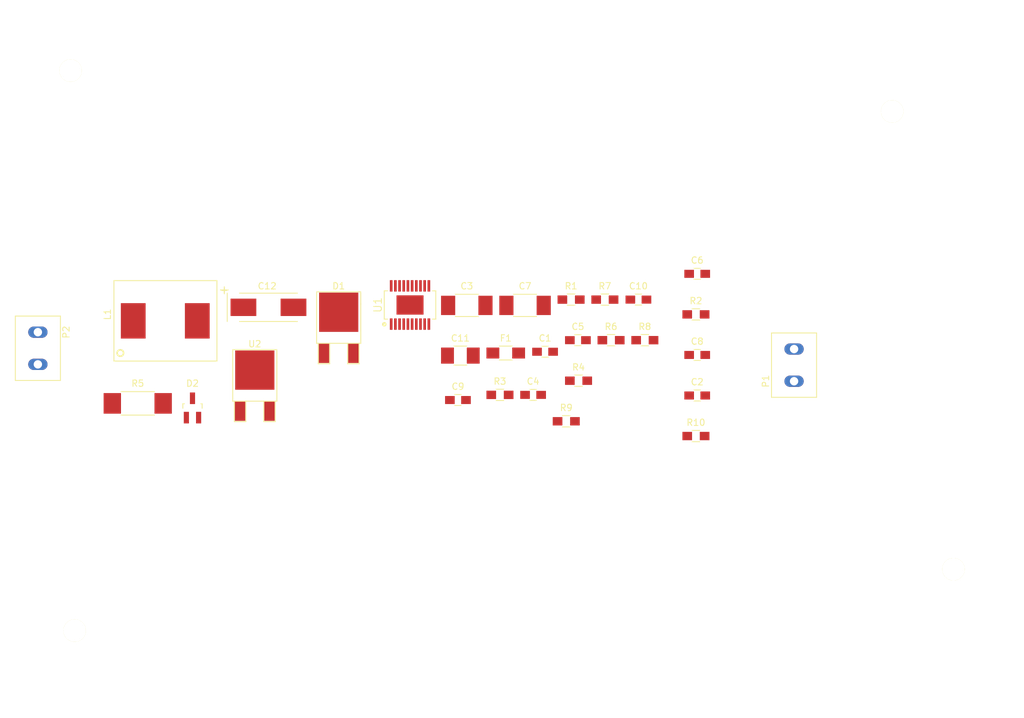
<source format=kicad_pcb>
(kicad_pcb (version 4) (host pcbnew 0.201601280802+6517~42~ubuntu15.04.1-product)

  (general
    (links 61)
    (no_connects 61)
    (area 0 0 0 0)
    (thickness 1.6)
    (drawings 0)
    (tracks 0)
    (zones 0)
    (modules 34)
    (nets 20)
  )

  (page A4)
  (layers
    (0 F.Cu signal)
    (31 B.Cu signal)
    (32 B.Adhes user)
    (33 F.Adhes user)
    (34 B.Paste user)
    (35 F.Paste user)
    (36 B.SilkS user)
    (37 F.SilkS user)
    (38 B.Mask user)
    (39 F.Mask user)
    (40 Dwgs.User user)
    (41 Cmts.User user)
    (42 Eco1.User user)
    (43 Eco2.User user)
    (44 Edge.Cuts user)
    (45 Margin user)
    (46 B.CrtYd user)
    (47 F.CrtYd user)
    (48 B.Fab user)
    (49 F.Fab user)
  )

  (setup
    (last_trace_width 0.25)
    (trace_clearance 0.2)
    (zone_clearance 0.508)
    (zone_45_only no)
    (trace_min 0.2)
    (segment_width 0.2)
    (edge_width 0.15)
    (via_size 0.6)
    (via_drill 0.4)
    (via_min_size 0.4)
    (via_min_drill 0.3)
    (uvia_size 0.3)
    (uvia_drill 0.1)
    (uvias_allowed no)
    (uvia_min_size 0.2)
    (uvia_min_drill 0.1)
    (pcb_text_width 0.3)
    (pcb_text_size 1.5 1.5)
    (mod_edge_width 0.15)
    (mod_text_size 1 1)
    (mod_text_width 0.15)
    (pad_size 1.524 1.524)
    (pad_drill 0.762)
    (pad_to_mask_clearance 0.2)
    (aux_axis_origin 0 0)
    (visible_elements FFFFFF7F)
    (pcbplotparams
      (layerselection 0x00030_ffffffff)
      (usegerberextensions false)
      (excludeedgelayer true)
      (linewidth 0.100000)
      (plotframeref false)
      (viasonmask false)
      (mode 1)
      (useauxorigin false)
      (hpglpennumber 1)
      (hpglpenspeed 20)
      (hpglpendiameter 15)
      (hpglpenoverlay 2)
      (psnegative false)
      (psa4output false)
      (plotreference true)
      (plotvalue true)
      (plotinvisibletext false)
      (padsonsilk false)
      (subtractmaskfromsilk false)
      (outputformat 1)
      (mirror false)
      (drillshape 1)
      (scaleselection 1)
      (outputdirectory ""))
  )

  (net 0 "")
  (net 1 GND)
  (net 2 "Net-(C1-Pad2)")
  (net 3 "Net-(C2-Pad1)")
  (net 4 /BAT_IN)
  (net 5 "Net-(C4-Pad1)")
  (net 6 "Net-(C4-Pad2)")
  (net 7 "Net-(C5-Pad1)")
  (net 8 "Net-(C6-Pad1)")
  (net 9 "Net-(C8-Pad1)")
  (net 10 "Net-(C10-Pad2)")
  (net 11 "Net-(C9-Pad2)")
  (net 12 "Net-(C10-Pad1)")
  (net 13 /REG_OUT)
  (net 14 "Net-(D1-Pad2)")
  (net 15 "Net-(D2-Pad1)")
  (net 16 "Net-(D2-Pad2)")
  (net 17 +5V)
  (net 18 "Net-(R3-Pad1)")
  (net 19 "Net-(U1-Pad5)")

  (net_class Default "This is the default net class."
    (clearance 0.2)
    (trace_width 0.25)
    (via_dia 0.6)
    (via_drill 0.4)
    (uvia_dia 0.3)
    (uvia_drill 0.1)
    (add_net +5V)
    (add_net /BAT_IN)
    (add_net /REG_OUT)
    (add_net GND)
    (add_net "Net-(C1-Pad2)")
    (add_net "Net-(C10-Pad1)")
    (add_net "Net-(C10-Pad2)")
    (add_net "Net-(C2-Pad1)")
    (add_net "Net-(C4-Pad1)")
    (add_net "Net-(C4-Pad2)")
    (add_net "Net-(C5-Pad1)")
    (add_net "Net-(C6-Pad1)")
    (add_net "Net-(C8-Pad1)")
    (add_net "Net-(C9-Pad2)")
    (add_net "Net-(D1-Pad2)")
    (add_net "Net-(D2-Pad1)")
    (add_net "Net-(D2-Pad2)")
    (add_net "Net-(R3-Pad1)")
    (add_net "Net-(U1-Pad5)")
  )

  (module Capacitors_SMD:C_0805_HandSoldering (layer F.Cu) (tedit 541A9B8D) (tstamp 56AE85C5)
    (at 143.563315 91.940527)
    (descr "Capacitor SMD 0805, hand soldering")
    (tags "capacitor 0805")
    (path /56AEB421)
    (attr smd)
    (fp_text reference C1 (at 0 -2.1) (layer F.SilkS)
      (effects (font (size 1 1) (thickness 0.15)))
    )
    (fp_text value 330pF (at 0 2.1) (layer F.Fab)
      (effects (font (size 1 1) (thickness 0.15)))
    )
    (fp_line (start -2.3 -1) (end 2.3 -1) (layer F.CrtYd) (width 0.05))
    (fp_line (start -2.3 1) (end 2.3 1) (layer F.CrtYd) (width 0.05))
    (fp_line (start -2.3 -1) (end -2.3 1) (layer F.CrtYd) (width 0.05))
    (fp_line (start 2.3 -1) (end 2.3 1) (layer F.CrtYd) (width 0.05))
    (fp_line (start 0.5 -0.85) (end -0.5 -0.85) (layer F.SilkS) (width 0.15))
    (fp_line (start -0.5 0.85) (end 0.5 0.85) (layer F.SilkS) (width 0.15))
    (pad 1 smd rect (at -1.25 0) (size 1.5 1.25) (layers F.Cu F.Paste F.Mask)
      (net 1 GND))
    (pad 2 smd rect (at 1.25 0) (size 1.5 1.25) (layers F.Cu F.Paste F.Mask)
      (net 2 "Net-(C1-Pad2)"))
    (model Capacitors_SMD.3dshapes/C_0805_HandSoldering.wrl
      (at (xyz 0 0 0))
      (scale (xyz 1 1 1))
      (rotate (xyz 0 0 0))
    )
  )

  (module Capacitors_SMD:C_0805_HandSoldering (layer F.Cu) (tedit 541A9B8D) (tstamp 56AE85D1)
    (at 167.19641 98.735527)
    (descr "Capacitor SMD 0805, hand soldering")
    (tags "capacitor 0805")
    (path /56A6DDC3)
    (attr smd)
    (fp_text reference C2 (at 0 -2.1) (layer F.SilkS)
      (effects (font (size 1 1) (thickness 0.15)))
    )
    (fp_text value 0.01uF (at 0 2.1) (layer F.Fab)
      (effects (font (size 1 1) (thickness 0.15)))
    )
    (fp_line (start -2.3 -1) (end 2.3 -1) (layer F.CrtYd) (width 0.05))
    (fp_line (start -2.3 1) (end 2.3 1) (layer F.CrtYd) (width 0.05))
    (fp_line (start -2.3 -1) (end -2.3 1) (layer F.CrtYd) (width 0.05))
    (fp_line (start 2.3 -1) (end 2.3 1) (layer F.CrtYd) (width 0.05))
    (fp_line (start 0.5 -0.85) (end -0.5 -0.85) (layer F.SilkS) (width 0.15))
    (fp_line (start -0.5 0.85) (end 0.5 0.85) (layer F.SilkS) (width 0.15))
    (pad 1 smd rect (at -1.25 0) (size 1.5 1.25) (layers F.Cu F.Paste F.Mask)
      (net 3 "Net-(C2-Pad1)"))
    (pad 2 smd rect (at 1.25 0) (size 1.5 1.25) (layers F.Cu F.Paste F.Mask)
      (net 1 GND))
    (model Capacitors_SMD.3dshapes/C_0805_HandSoldering.wrl
      (at (xyz 0 0 0))
      (scale (xyz 1 1 1))
      (rotate (xyz 0 0 0))
    )
  )

  (module Capacitors_SMD:C_1812_HandSoldering (layer F.Cu) (tedit 541A9C88) (tstamp 56AE85DD)
    (at 131.403792 84.740527)
    (descr "Capacitor SMD 1812, hand soldering")
    (tags "capacitor 1812")
    (path /56A74406)
    (attr smd)
    (fp_text reference C3 (at 0 -3) (layer F.SilkS)
      (effects (font (size 1 1) (thickness 0.15)))
    )
    (fp_text value 2.2uF (at 0 3) (layer F.Fab)
      (effects (font (size 1 1) (thickness 0.15)))
    )
    (fp_line (start -4.3 -1.85) (end 4.3 -1.85) (layer F.CrtYd) (width 0.05))
    (fp_line (start -4.3 1.85) (end 4.3 1.85) (layer F.CrtYd) (width 0.05))
    (fp_line (start -4.3 -1.85) (end -4.3 1.85) (layer F.CrtYd) (width 0.05))
    (fp_line (start 4.3 -1.85) (end 4.3 1.85) (layer F.CrtYd) (width 0.05))
    (fp_line (start 1.8 -1.725) (end -1.8 -1.725) (layer F.SilkS) (width 0.15))
    (fp_line (start -1.8 1.725) (end 1.8 1.725) (layer F.SilkS) (width 0.15))
    (pad 1 smd rect (at -2.9 0) (size 2.2 3) (layers F.Cu F.Paste F.Mask)
      (net 4 /BAT_IN))
    (pad 2 smd rect (at 2.9 0) (size 2.2 3) (layers F.Cu F.Paste F.Mask)
      (net 1 GND))
    (model Capacitors_SMD.3dshapes/C_1812_HandSoldering.wrl
      (at (xyz 0 0 0))
      (scale (xyz 1 1 1))
      (rotate (xyz 0 0 0))
    )
  )

  (module Capacitors_SMD:C_0805_HandSoldering (layer F.Cu) (tedit 541A9B8D) (tstamp 56AE85E9)
    (at 141.703792 98.640527)
    (descr "Capacitor SMD 0805, hand soldering")
    (tags "capacitor 0805")
    (path /56A6D797)
    (attr smd)
    (fp_text reference C4 (at 0 -2.1) (layer F.SilkS)
      (effects (font (size 1 1) (thickness 0.15)))
    )
    (fp_text value DNP (at 0 2.1) (layer F.Fab)
      (effects (font (size 1 1) (thickness 0.15)))
    )
    (fp_line (start -2.3 -1) (end 2.3 -1) (layer F.CrtYd) (width 0.05))
    (fp_line (start -2.3 1) (end 2.3 1) (layer F.CrtYd) (width 0.05))
    (fp_line (start -2.3 -1) (end -2.3 1) (layer F.CrtYd) (width 0.05))
    (fp_line (start 2.3 -1) (end 2.3 1) (layer F.CrtYd) (width 0.05))
    (fp_line (start 0.5 -0.85) (end -0.5 -0.85) (layer F.SilkS) (width 0.15))
    (fp_line (start -0.5 0.85) (end 0.5 0.85) (layer F.SilkS) (width 0.15))
    (pad 1 smd rect (at -1.25 0) (size 1.5 1.25) (layers F.Cu F.Paste F.Mask)
      (net 5 "Net-(C4-Pad1)"))
    (pad 2 smd rect (at 1.25 0) (size 1.5 1.25) (layers F.Cu F.Paste F.Mask)
      (net 6 "Net-(C4-Pad2)"))
    (model Capacitors_SMD.3dshapes/C_0805_HandSoldering.wrl
      (at (xyz 0 0 0))
      (scale (xyz 1 1 1))
      (rotate (xyz 0 0 0))
    )
  )

  (module Capacitors_SMD:C_0805_HandSoldering (layer F.Cu) (tedit 541A9B8D) (tstamp 56AE85F5)
    (at 148.663792 90.140527)
    (descr "Capacitor SMD 0805, hand soldering")
    (tags "capacitor 0805")
    (path /56A73267)
    (attr smd)
    (fp_text reference C5 (at 0 -2.1) (layer F.SilkS)
      (effects (font (size 1 1) (thickness 0.15)))
    )
    (fp_text value DNP (at 0 2.1) (layer F.Fab)
      (effects (font (size 1 1) (thickness 0.15)))
    )
    (fp_line (start -2.3 -1) (end 2.3 -1) (layer F.CrtYd) (width 0.05))
    (fp_line (start -2.3 1) (end 2.3 1) (layer F.CrtYd) (width 0.05))
    (fp_line (start -2.3 -1) (end -2.3 1) (layer F.CrtYd) (width 0.05))
    (fp_line (start 2.3 -1) (end 2.3 1) (layer F.CrtYd) (width 0.05))
    (fp_line (start 0.5 -0.85) (end -0.5 -0.85) (layer F.SilkS) (width 0.15))
    (fp_line (start -0.5 0.85) (end 0.5 0.85) (layer F.SilkS) (width 0.15))
    (pad 1 smd rect (at -1.25 0) (size 1.5 1.25) (layers F.Cu F.Paste F.Mask)
      (net 7 "Net-(C5-Pad1)"))
    (pad 2 smd rect (at 1.25 0) (size 1.5 1.25) (layers F.Cu F.Paste F.Mask)
      (net 1 GND))
    (model Capacitors_SMD.3dshapes/C_0805_HandSoldering.wrl
      (at (xyz 0 0 0))
      (scale (xyz 1 1 1))
      (rotate (xyz 0 0 0))
    )
  )

  (module Capacitors_SMD:C_0805_HandSoldering (layer F.Cu) (tedit 541A9B8D) (tstamp 56AE8601)
    (at 167.19641 79.835527)
    (descr "Capacitor SMD 0805, hand soldering")
    (tags "capacitor 0805")
    (path /56A6CF2B)
    (attr smd)
    (fp_text reference C6 (at 0 -2.1) (layer F.SilkS)
      (effects (font (size 1 1) (thickness 0.15)))
    )
    (fp_text value 0.01uF (at 0 2.1) (layer F.Fab)
      (effects (font (size 1 1) (thickness 0.15)))
    )
    (fp_line (start -2.3 -1) (end 2.3 -1) (layer F.CrtYd) (width 0.05))
    (fp_line (start -2.3 1) (end 2.3 1) (layer F.CrtYd) (width 0.05))
    (fp_line (start -2.3 -1) (end -2.3 1) (layer F.CrtYd) (width 0.05))
    (fp_line (start 2.3 -1) (end 2.3 1) (layer F.CrtYd) (width 0.05))
    (fp_line (start 0.5 -0.85) (end -0.5 -0.85) (layer F.SilkS) (width 0.15))
    (fp_line (start -0.5 0.85) (end 0.5 0.85) (layer F.SilkS) (width 0.15))
    (pad 1 smd rect (at -1.25 0) (size 1.5 1.25) (layers F.Cu F.Paste F.Mask)
      (net 8 "Net-(C6-Pad1)"))
    (pad 2 smd rect (at 1.25 0) (size 1.5 1.25) (layers F.Cu F.Paste F.Mask)
      (net 6 "Net-(C4-Pad2)"))
    (model Capacitors_SMD.3dshapes/C_0805_HandSoldering.wrl
      (at (xyz 0 0 0))
      (scale (xyz 1 1 1))
      (rotate (xyz 0 0 0))
    )
  )

  (module Capacitors_SMD:C_1812_HandSoldering (layer F.Cu) (tedit 541A9C88) (tstamp 56AE860D)
    (at 140.453792 84.740527)
    (descr "Capacitor SMD 1812, hand soldering")
    (tags "capacitor 1812")
    (path /56A744A6)
    (attr smd)
    (fp_text reference C7 (at 0 -3) (layer F.SilkS)
      (effects (font (size 1 1) (thickness 0.15)))
    )
    (fp_text value 2.2uF (at 0 3) (layer F.Fab)
      (effects (font (size 1 1) (thickness 0.15)))
    )
    (fp_line (start -4.3 -1.85) (end 4.3 -1.85) (layer F.CrtYd) (width 0.05))
    (fp_line (start -4.3 1.85) (end 4.3 1.85) (layer F.CrtYd) (width 0.05))
    (fp_line (start -4.3 -1.85) (end -4.3 1.85) (layer F.CrtYd) (width 0.05))
    (fp_line (start 4.3 -1.85) (end 4.3 1.85) (layer F.CrtYd) (width 0.05))
    (fp_line (start 1.8 -1.725) (end -1.8 -1.725) (layer F.SilkS) (width 0.15))
    (fp_line (start -1.8 1.725) (end 1.8 1.725) (layer F.SilkS) (width 0.15))
    (pad 1 smd rect (at -2.9 0) (size 2.2 3) (layers F.Cu F.Paste F.Mask)
      (net 4 /BAT_IN))
    (pad 2 smd rect (at 2.9 0) (size 2.2 3) (layers F.Cu F.Paste F.Mask)
      (net 1 GND))
    (model Capacitors_SMD.3dshapes/C_1812_HandSoldering.wrl
      (at (xyz 0 0 0))
      (scale (xyz 1 1 1))
      (rotate (xyz 0 0 0))
    )
  )

  (module Capacitors_SMD:C_0805_HandSoldering (layer F.Cu) (tedit 541A9B8D) (tstamp 56AE8619)
    (at 167.19641 92.435527)
    (descr "Capacitor SMD 0805, hand soldering")
    (tags "capacitor 0805")
    (path /56A671DA)
    (attr smd)
    (fp_text reference C8 (at 0 -2.1) (layer F.SilkS)
      (effects (font (size 1 1) (thickness 0.15)))
    )
    (fp_text value 0.47uF (at 0 2.1) (layer F.Fab)
      (effects (font (size 1 1) (thickness 0.15)))
    )
    (fp_line (start -2.3 -1) (end 2.3 -1) (layer F.CrtYd) (width 0.05))
    (fp_line (start -2.3 1) (end 2.3 1) (layer F.CrtYd) (width 0.05))
    (fp_line (start -2.3 -1) (end -2.3 1) (layer F.CrtYd) (width 0.05))
    (fp_line (start 2.3 -1) (end 2.3 1) (layer F.CrtYd) (width 0.05))
    (fp_line (start 0.5 -0.85) (end -0.5 -0.85) (layer F.SilkS) (width 0.15))
    (fp_line (start -0.5 0.85) (end 0.5 0.85) (layer F.SilkS) (width 0.15))
    (pad 1 smd rect (at -1.25 0) (size 1.5 1.25) (layers F.Cu F.Paste F.Mask)
      (net 9 "Net-(C8-Pad1)"))
    (pad 2 smd rect (at 1.25 0) (size 1.5 1.25) (layers F.Cu F.Paste F.Mask)
      (net 1 GND))
    (model Capacitors_SMD.3dshapes/C_0805_HandSoldering.wrl
      (at (xyz 0 0 0))
      (scale (xyz 1 1 1))
      (rotate (xyz 0 0 0))
    )
  )

  (module Capacitors_SMD:C_0805_HandSoldering (layer F.Cu) (tedit 541A9B8D) (tstamp 56AE8625)
    (at 130.0276 99.440527)
    (descr "Capacitor SMD 0805, hand soldering")
    (tags "capacitor 0805")
    (path /56A67758)
    (attr smd)
    (fp_text reference C9 (at 0 -2.1) (layer F.SilkS)
      (effects (font (size 1 1) (thickness 0.15)))
    )
    (fp_text value 0.022uF (at 0 2.1) (layer F.Fab)
      (effects (font (size 1 1) (thickness 0.15)))
    )
    (fp_line (start -2.3 -1) (end 2.3 -1) (layer F.CrtYd) (width 0.05))
    (fp_line (start -2.3 1) (end 2.3 1) (layer F.CrtYd) (width 0.05))
    (fp_line (start -2.3 -1) (end -2.3 1) (layer F.CrtYd) (width 0.05))
    (fp_line (start 2.3 -1) (end 2.3 1) (layer F.CrtYd) (width 0.05))
    (fp_line (start 0.5 -0.85) (end -0.5 -0.85) (layer F.SilkS) (width 0.15))
    (fp_line (start -0.5 0.85) (end 0.5 0.85) (layer F.SilkS) (width 0.15))
    (pad 1 smd rect (at -1.25 0) (size 1.5 1.25) (layers F.Cu F.Paste F.Mask)
      (net 10 "Net-(C10-Pad2)"))
    (pad 2 smd rect (at 1.25 0) (size 1.5 1.25) (layers F.Cu F.Paste F.Mask)
      (net 11 "Net-(C9-Pad2)"))
    (model Capacitors_SMD.3dshapes/C_0805_HandSoldering.wrl
      (at (xyz 0 0 0))
      (scale (xyz 1 1 1))
      (rotate (xyz 0 0 0))
    )
  )

  (module Capacitors_SMD:C_0805_HandSoldering (layer F.Cu) (tedit 541A9B8D) (tstamp 56AE8631)
    (at 158.063315 83.840527)
    (descr "Capacitor SMD 0805, hand soldering")
    (tags "capacitor 0805")
    (path /56A68767)
    (attr smd)
    (fp_text reference C10 (at 0 -2.1) (layer F.SilkS)
      (effects (font (size 1 1) (thickness 0.15)))
    )
    (fp_text value 330pF (at 0 2.1) (layer F.Fab)
      (effects (font (size 1 1) (thickness 0.15)))
    )
    (fp_line (start -2.3 -1) (end 2.3 -1) (layer F.CrtYd) (width 0.05))
    (fp_line (start -2.3 1) (end 2.3 1) (layer F.CrtYd) (width 0.05))
    (fp_line (start -2.3 -1) (end -2.3 1) (layer F.CrtYd) (width 0.05))
    (fp_line (start 2.3 -1) (end 2.3 1) (layer F.CrtYd) (width 0.05))
    (fp_line (start 0.5 -0.85) (end -0.5 -0.85) (layer F.SilkS) (width 0.15))
    (fp_line (start -0.5 0.85) (end 0.5 0.85) (layer F.SilkS) (width 0.15))
    (pad 1 smd rect (at -1.25 0) (size 1.5 1.25) (layers F.Cu F.Paste F.Mask)
      (net 12 "Net-(C10-Pad1)"))
    (pad 2 smd rect (at 1.25 0) (size 1.5 1.25) (layers F.Cu F.Paste F.Mask)
      (net 10 "Net-(C10-Pad2)"))
    (model Capacitors_SMD.3dshapes/C_0805_HandSoldering.wrl
      (at (xyz 0 0 0))
      (scale (xyz 1 1 1))
      (rotate (xyz 0 0 0))
    )
  )

  (module Capacitors_SMD:C_1210_HandSoldering (layer F.Cu) (tedit 541A9C39) (tstamp 56AE863D)
    (at 130.403792 92.540527)
    (descr "Capacitor SMD 1210, hand soldering")
    (tags "capacitor 1210")
    (path /56A69E44)
    (attr smd)
    (fp_text reference C11 (at 0 -2.7) (layer F.SilkS)
      (effects (font (size 1 1) (thickness 0.15)))
    )
    (fp_text value 22uF (at 0 2.7) (layer F.Fab)
      (effects (font (size 1 1) (thickness 0.15)))
    )
    (fp_line (start -3.3 -1.6) (end 3.3 -1.6) (layer F.CrtYd) (width 0.05))
    (fp_line (start -3.3 1.6) (end 3.3 1.6) (layer F.CrtYd) (width 0.05))
    (fp_line (start -3.3 -1.6) (end -3.3 1.6) (layer F.CrtYd) (width 0.05))
    (fp_line (start 3.3 -1.6) (end 3.3 1.6) (layer F.CrtYd) (width 0.05))
    (fp_line (start 1 -1.475) (end -1 -1.475) (layer F.SilkS) (width 0.15))
    (fp_line (start -1 1.475) (end 1 1.475) (layer F.SilkS) (width 0.15))
    (pad 1 smd rect (at -2 0) (size 2 2.5) (layers F.Cu F.Paste F.Mask)
      (net 13 /REG_OUT))
    (pad 2 smd rect (at 2 0) (size 2 2.5) (layers F.Cu F.Paste F.Mask)
      (net 1 GND))
    (model Capacitors_SMD.3dshapes/C_1210_HandSoldering.wrl
      (at (xyz 0 0 0))
      (scale (xyz 1 1 1))
      (rotate (xyz 0 0 0))
    )
  )

  (module Capacitors_Tantalum_SMD:TantalC_SizeD_EIA-7343_HandSoldering (layer F.Cu) (tedit 0) (tstamp 56AE8649)
    (at 100.591232 85.039987)
    (descr "Tantal Cap. , Size D, EIA-7343, Hand Soldering,")
    (tags "Tantal Cap. , Size D, EIA-7343, Hand Soldering,")
    (path /56A69EAC)
    (attr smd)
    (fp_text reference C12 (at -0.20066 -3.29946) (layer F.SilkS)
      (effects (font (size 1 1) (thickness 0.15)))
    )
    (fp_text value 150uF (at -0.09906 3.59918) (layer F.Fab)
      (effects (font (size 1 1) (thickness 0.15)))
    )
    (fp_line (start -6.40334 -2.19964) (end -6.40334 2.19964) (layer F.SilkS) (width 0.15))
    (fp_line (start -4.50088 2.19964) (end 4.50088 2.19964) (layer F.SilkS) (width 0.15))
    (fp_line (start 4.50088 -2.19964) (end -4.50088 -2.19964) (layer F.SilkS) (width 0.15))
    (fp_text user + (at -6.85546 -2.70002) (layer F.SilkS)
      (effects (font (size 1 1) (thickness 0.15)))
    )
    (fp_line (start -6.858 -3.20294) (end -6.858 -2.10312) (layer F.SilkS) (width 0.15))
    (fp_line (start -7.45744 -2.70256) (end -6.25856 -2.70256) (layer F.SilkS) (width 0.15))
    (pad 2 smd rect (at 3.88874 0) (size 4.0005 2.70002) (layers F.Cu F.Paste F.Mask)
      (net 1 GND))
    (pad 1 smd rect (at -3.88874 0) (size 4.0005 2.70002) (layers F.Cu F.Paste F.Mask)
      (net 13 /REG_OUT))
    (model Capacitors_Tantalum_SMD.3dshapes/TantalC_SizeD_EIA-7343_HandSoldering.wrl
      (at (xyz 0 0 0))
      (scale (xyz 1 1 1))
      (rotate (xyz 0 0 180))
    )
  )

  (module TO_SOT_Packages_SMD:TO-252-2Lead (layer F.Cu) (tedit 0) (tstamp 56AE8650)
    (at 111.50141 92.154527)
    (descr "DPAK / TO-252 2-lead smd package")
    (tags "dpak TO-252")
    (path /56A670B7)
    (attr smd)
    (fp_text reference D1 (at 0 -10.414) (layer F.SilkS)
      (effects (font (size 1 1) (thickness 0.15)))
    )
    (fp_text value CSHD6-60C (at 0 -2.413) (layer F.Fab)
      (effects (font (size 1 1) (thickness 0.15)))
    )
    (fp_line (start 1.397 -1.524) (end 1.397 1.651) (layer F.SilkS) (width 0.15))
    (fp_line (start 1.397 1.651) (end 3.175 1.651) (layer F.SilkS) (width 0.15))
    (fp_line (start 3.175 1.651) (end 3.175 -1.524) (layer F.SilkS) (width 0.15))
    (fp_line (start -3.175 -1.524) (end -3.175 1.651) (layer F.SilkS) (width 0.15))
    (fp_line (start -3.175 1.651) (end -1.397 1.651) (layer F.SilkS) (width 0.15))
    (fp_line (start -1.397 1.651) (end -1.397 -1.524) (layer F.SilkS) (width 0.15))
    (fp_line (start 3.429 -7.62) (end 3.429 -1.524) (layer F.SilkS) (width 0.15))
    (fp_line (start 3.429 -1.524) (end -3.429 -1.524) (layer F.SilkS) (width 0.15))
    (fp_line (start -3.429 -1.524) (end -3.429 -9.398) (layer F.SilkS) (width 0.15))
    (fp_line (start -3.429 -9.525) (end 3.429 -9.525) (layer F.SilkS) (width 0.15))
    (fp_line (start 3.429 -9.398) (end 3.429 -7.62) (layer F.SilkS) (width 0.15))
    (pad 1 smd rect (at -2.286 0) (size 1.651 3.048) (layers F.Cu F.Paste F.Mask)
      (net 10 "Net-(C10-Pad2)"))
    (pad 2 smd rect (at 0 -6.35) (size 6.096 6.096) (layers F.Cu F.Paste F.Mask)
      (net 14 "Net-(D1-Pad2)"))
    (pad 3 smd rect (at 2.286 0) (size 1.651 3.048) (layers F.Cu F.Paste F.Mask))
    (model TO_SOT_Packages_SMD.3dshapes/TO-252-2Lead.wrl
      (at (xyz 0 0 0))
      (scale (xyz 1 1 1))
      (rotate (xyz 0 0 0))
    )
  )

  (module TO_SOT_Packages_SMD:SOT-23_Handsoldering (layer F.Cu) (tedit 54E9291B) (tstamp 56AE8657)
    (at 88.788553 100.670527)
    (descr "SOT-23, Handsoldering")
    (tags SOT-23)
    (path /56A298BF)
    (attr smd)
    (fp_text reference D2 (at 0 -3.81) (layer F.SilkS)
      (effects (font (size 1 1) (thickness 0.15)))
    )
    (fp_text value LM431 (at 0 3.81) (layer F.Fab)
      (effects (font (size 1 1) (thickness 0.15)))
    )
    (fp_line (start -1.49982 0.0508) (end -1.49982 -0.65024) (layer F.SilkS) (width 0.15))
    (fp_line (start -1.49982 -0.65024) (end -1.2509 -0.65024) (layer F.SilkS) (width 0.15))
    (fp_line (start 1.29916 -0.65024) (end 1.49982 -0.65024) (layer F.SilkS) (width 0.15))
    (fp_line (start 1.49982 -0.65024) (end 1.49982 0.0508) (layer F.SilkS) (width 0.15))
    (pad 1 smd rect (at -0.95 1.50114) (size 0.8001 1.80086) (layers F.Cu F.Paste F.Mask)
      (net 15 "Net-(D2-Pad1)"))
    (pad 2 smd rect (at 0.95 1.50114) (size 0.8001 1.80086) (layers F.Cu F.Paste F.Mask)
      (net 16 "Net-(D2-Pad2)"))
    (pad 3 smd rect (at 0 -1.50114) (size 0.8001 1.80086) (layers F.Cu F.Paste F.Mask)
      (net 1 GND))
    (model TO_SOT_Packages_SMD.3dshapes/SOT-23_Handsoldering.wrl
      (at (xyz 0 0 0))
      (scale (xyz 1 1 1))
      (rotate (xyz 0 0 0))
    )
  )

  (module Resistors_SMD:R_1206_HandSoldering (layer F.Cu) (tedit 5418A20D) (tstamp 56AE8663)
    (at 137.453792 92.140527)
    (descr "Resistor SMD 1206, hand soldering")
    (tags "resistor 1206")
    (path /56A29A9A)
    (attr smd)
    (fp_text reference F1 (at 0 -2.3) (layer F.SilkS)
      (effects (font (size 1 1) (thickness 0.15)))
    )
    (fp_text value 3A (at 0 2.3) (layer F.Fab)
      (effects (font (size 1 1) (thickness 0.15)))
    )
    (fp_line (start -3.3 -1.2) (end 3.3 -1.2) (layer F.CrtYd) (width 0.05))
    (fp_line (start -3.3 1.2) (end 3.3 1.2) (layer F.CrtYd) (width 0.05))
    (fp_line (start -3.3 -1.2) (end -3.3 1.2) (layer F.CrtYd) (width 0.05))
    (fp_line (start 3.3 -1.2) (end 3.3 1.2) (layer F.CrtYd) (width 0.05))
    (fp_line (start 1 1.075) (end -1 1.075) (layer F.SilkS) (width 0.15))
    (fp_line (start -1 -1.075) (end 1 -1.075) (layer F.SilkS) (width 0.15))
    (pad 1 smd rect (at -2 0) (size 2 1.7) (layers F.Cu F.Paste F.Mask)
      (net 13 /REG_OUT))
    (pad 2 smd rect (at 2 0) (size 2 1.7) (layers F.Cu F.Paste F.Mask)
      (net 17 +5V))
    (model Resistors_SMD.3dshapes/R_1206_HandSoldering.wrl
      (at (xyz 0 0 0))
      (scale (xyz 1 1 1))
      (rotate (xyz 0 0 0))
    )
  )

  (module C-BISCUIT:Inductor_EB_DR127 (layer F.Cu) (tedit 56AE7B7F) (tstamp 56AE8670)
    (at 79.583791 87.140528)
    (descr http://www.cooperindustries.com/content/dam/public/bussmann/Electronics/Resources/product-datasheets/Bus_Elx_DS_4315_DR_Series.pdf)
    (tags inductor)
    (path /56A66401)
    (attr smd)
    (fp_text reference L1 (at -4 -1 90) (layer F.SilkS)
      (effects (font (size 1 1) (thickness 0.15)))
    )
    (fp_text value 33uH (at 5 7.62) (layer F.Fab)
      (effects (font (size 1 1) (thickness 0.15)))
    )
    (fp_circle (center -2 5) (end -1.5 5) (layer F.SilkS) (width 0.25))
    (fp_line (start -3 6.25) (end -3 -6.25) (layer F.SilkS) (width 0.15))
    (fp_line (start -3 -6.25) (end 13.001953 -6.25) (layer F.SilkS) (width 0.15))
    (fp_line (start 13 -6.25) (end 13.001953 6.25) (layer F.SilkS) (width 0.15))
    (fp_line (start 13.001953 6.25) (end -3 6.25) (layer F.SilkS) (width 0.15))
    (fp_text user "" (at 0 0) (layer F.SilkS)
      (effects (font (size 1 1) (thickness 0.15)))
    )
    (fp_text user "" (at 0 0) (layer F.SilkS)
      (effects (font (size 1 1) (thickness 0.15)))
    )
    (pad 1 smd rect (at 0 0) (size 3.85 5.5) (layers F.Cu F.Paste F.Mask)
      (net 10 "Net-(C10-Pad2)"))
    (pad 2 smd rect (at 9.95 0) (size 3.85 5.5) (layers F.Cu F.Paste F.Mask)
      (net 13 /REG_OUT))
    (model Inductors.3dshapes/SELF-WE-PD-XXL.wrl
      (at (xyz 0 0 0))
      (scale (xyz 1 1 1))
      (rotate (xyz 0 0 0))
    )
  )

  (module C-BISCUIT:Mounting_Hole_M3x0.5L_~Plate~_~Pad~ (layer F.Cu) (tedit 56AE6242) (tstamp 56AE8676)
    (at 70.485 135.255)
    (descr https://blogs.mentor.com/tom-hausherr/blog/tag/pcb-mounting-holes/)
    (tags "Mounting, Hole")
    (path /56A64AF0)
    (fp_text reference MH1 (at 0 -12.7) (layer F.SilkS) hide
      (effects (font (size 1 1) (thickness 0.15)))
    )
    (fp_text value MOUNTING_HOLE (at 0 12.7) (layer F.Fab)
      (effects (font (size 1 1) (thickness 0.15)))
    )
    (fp_circle (center 0 0) (end 7.7 7.7) (layer Margin) (width 0.15))
    (pad "" np_thru_hole circle (at 0 0) (size 3.5 3.5) (drill 3.5) (layers *.Cu *.Mask F.SilkS))
  )

  (module C-BISCUIT:Mounting_Hole_M3x0.5L_~Plate~_~Pad~ (layer F.Cu) (tedit 56AE6242) (tstamp 56AE867C)
    (at 207.01 125.73)
    (descr https://blogs.mentor.com/tom-hausherr/blog/tag/pcb-mounting-holes/)
    (tags "Mounting, Hole")
    (path /56A64B92)
    (fp_text reference MH2 (at 0 -12.7) (layer F.SilkS) hide
      (effects (font (size 1 1) (thickness 0.15)))
    )
    (fp_text value MOUNTING_HOLE (at 0 12.7) (layer F.Fab)
      (effects (font (size 1 1) (thickness 0.15)))
    )
    (fp_circle (center 0 0) (end 7.7 7.7) (layer Margin) (width 0.15))
    (pad "" np_thru_hole circle (at 0 0) (size 3.5 3.5) (drill 3.5) (layers *.Cu *.Mask F.SilkS))
  )

  (module C-BISCUIT:Mounting_Hole_M3x0.5L_~Plate~_~Pad~ (layer F.Cu) (tedit 56AE6242) (tstamp 56AE8682)
    (at 69.85 48.26)
    (descr https://blogs.mentor.com/tom-hausherr/blog/tag/pcb-mounting-holes/)
    (tags "Mounting, Hole")
    (path /56A64BC7)
    (fp_text reference MH3 (at 0 -12.7) (layer F.SilkS) hide
      (effects (font (size 1 1) (thickness 0.15)))
    )
    (fp_text value MOUNTING_HOLE (at 0 12.7) (layer F.Fab)
      (effects (font (size 1 1) (thickness 0.15)))
    )
    (fp_circle (center 0 0) (end 7.7 7.7) (layer Margin) (width 0.15))
    (pad "" np_thru_hole circle (at 0 0) (size 3.5 3.5) (drill 3.5) (layers *.Cu *.Mask F.SilkS))
  )

  (module C-BISCUIT:Mounting_Hole_M3x0.5L_~Plate~_~Pad~ (layer F.Cu) (tedit 56AE6242) (tstamp 56AE8688)
    (at 197.485 54.61)
    (descr https://blogs.mentor.com/tom-hausherr/blog/tag/pcb-mounting-holes/)
    (tags "Mounting, Hole")
    (path /56A64C01)
    (fp_text reference MH4 (at 0 -12.7) (layer F.SilkS) hide
      (effects (font (size 1 1) (thickness 0.15)))
    )
    (fp_text value MOUNTING_HOLE (at 0 12.7) (layer F.Fab)
      (effects (font (size 1 1) (thickness 0.15)))
    )
    (fp_circle (center 0 0) (end 7.7 7.7) (layer Margin) (width 0.15))
    (pad "" np_thru_hole circle (at 0 0) (size 3.5 3.5) (drill 3.5) (layers *.Cu *.Mask F.SilkS))
  )

  (module C-BISCUIT:Conn_01x02_5.0mm_Phoenix_1935161 (layer F.Cu) (tedit 56AE7656) (tstamp 56AE8692)
    (at 182.245 96.52 90)
    (path /56AE9A24)
    (attr virtual)
    (fp_text reference P1 (at 0 -4.4 90) (layer F.SilkS)
      (effects (font (size 1 1) (thickness 0.15)))
    )
    (fp_text value CONN_01X02 (at 1.55 4.45 90) (layer F.Fab)
      (effects (font (size 1 1) (thickness 0.15)))
    )
    (fp_line (start -2.5 3.5) (end 7.5 3.5) (layer F.SilkS) (width 0.15))
    (fp_line (start -2.5 -3.5) (end 7.5 -3.5) (layer F.SilkS) (width 0.15))
    (fp_line (start -2.5 -3.5) (end -2.5 3.5) (layer F.SilkS) (width 0.15))
    (fp_line (start 7.5 -3.5) (end 7.5 3.5) (layer F.SilkS) (width 0.15))
    (pad 1 thru_hole oval (at 0 0 90) (size 1.75 3) (drill 1.3) (layers *.Cu *.Mask)
      (net 17 +5V))
    (pad 2 thru_hole oval (at 5 0 90) (size 1.75 3) (drill 1.3) (layers *.Cu *.Mask)
      (net 1 GND))
  )

  (module C-BISCUIT:Conn_01x02_5.0mm_Phoenix_1935161 (layer F.Cu) (tedit 56AE7656) (tstamp 56AE869C)
    (at 64.77 88.9 270)
    (path /56AF19C8)
    (attr virtual)
    (fp_text reference P2 (at 0 -4.4 270) (layer F.SilkS)
      (effects (font (size 1 1) (thickness 0.15)))
    )
    (fp_text value CONN_01X02 (at 1.55 4.45 270) (layer F.Fab)
      (effects (font (size 1 1) (thickness 0.15)))
    )
    (fp_line (start -2.5 3.5) (end 7.5 3.5) (layer F.SilkS) (width 0.15))
    (fp_line (start -2.5 -3.5) (end 7.5 -3.5) (layer F.SilkS) (width 0.15))
    (fp_line (start -2.5 -3.5) (end -2.5 3.5) (layer F.SilkS) (width 0.15))
    (fp_line (start 7.5 -3.5) (end 7.5 3.5) (layer F.SilkS) (width 0.15))
    (pad 1 thru_hole oval (at 0 0 270) (size 1.75 3) (drill 1.3) (layers *.Cu *.Mask)
      (net 4 /BAT_IN))
    (pad 2 thru_hole oval (at 5 0 270) (size 1.75 3) (drill 1.3) (layers *.Cu *.Mask)
      (net 1 GND))
  )

  (module Resistors_SMD:R_0805_HandSoldering (layer F.Cu) (tedit 54189DEE) (tstamp 56AE86A8)
    (at 147.603792 83.840527)
    (descr "Resistor SMD 0805, hand soldering")
    (tags "resistor 0805")
    (path /56A73122)
    (attr smd)
    (fp_text reference R1 (at 0 -2.1) (layer F.SilkS)
      (effects (font (size 1 1) (thickness 0.15)))
    )
    (fp_text value DNP (at 0 2.1) (layer F.Fab)
      (effects (font (size 1 1) (thickness 0.15)))
    )
    (fp_line (start -2.4 -1) (end 2.4 -1) (layer F.CrtYd) (width 0.05))
    (fp_line (start -2.4 1) (end 2.4 1) (layer F.CrtYd) (width 0.05))
    (fp_line (start -2.4 -1) (end -2.4 1) (layer F.CrtYd) (width 0.05))
    (fp_line (start 2.4 -1) (end 2.4 1) (layer F.CrtYd) (width 0.05))
    (fp_line (start 0.6 0.875) (end -0.6 0.875) (layer F.SilkS) (width 0.15))
    (fp_line (start -0.6 -0.875) (end 0.6 -0.875) (layer F.SilkS) (width 0.15))
    (pad 1 smd rect (at -1.35 0) (size 1.5 1.3) (layers F.Cu F.Paste F.Mask)
      (net 4 /BAT_IN))
    (pad 2 smd rect (at 1.35 0) (size 1.5 1.3) (layers F.Cu F.Paste F.Mask)
      (net 7 "Net-(C5-Pad1)"))
    (model Resistors_SMD.3dshapes/R_0805_HandSoldering.wrl
      (at (xyz 0 0 0))
      (scale (xyz 1 1 1))
      (rotate (xyz 0 0 0))
    )
  )

  (module Resistors_SMD:R_0805_HandSoldering (layer F.Cu) (tedit 54189DEE) (tstamp 56AE86B4)
    (at 166.998792 86.135527)
    (descr "Resistor SMD 0805, hand soldering")
    (tags "resistor 0805")
    (path /56A7319F)
    (attr smd)
    (fp_text reference R2 (at 0 -2.1) (layer F.SilkS)
      (effects (font (size 1 1) (thickness 0.15)))
    )
    (fp_text value DNP (at 0 2.1) (layer F.Fab)
      (effects (font (size 1 1) (thickness 0.15)))
    )
    (fp_line (start -2.4 -1) (end 2.4 -1) (layer F.CrtYd) (width 0.05))
    (fp_line (start -2.4 1) (end 2.4 1) (layer F.CrtYd) (width 0.05))
    (fp_line (start -2.4 -1) (end -2.4 1) (layer F.CrtYd) (width 0.05))
    (fp_line (start 2.4 -1) (end 2.4 1) (layer F.CrtYd) (width 0.05))
    (fp_line (start 0.6 0.875) (end -0.6 0.875) (layer F.SilkS) (width 0.15))
    (fp_line (start -0.6 -0.875) (end 0.6 -0.875) (layer F.SilkS) (width 0.15))
    (pad 1 smd rect (at -1.35 0) (size 1.5 1.3) (layers F.Cu F.Paste F.Mask)
      (net 7 "Net-(C5-Pad1)"))
    (pad 2 smd rect (at 1.35 0) (size 1.5 1.3) (layers F.Cu F.Paste F.Mask)
      (net 1 GND))
    (model Resistors_SMD.3dshapes/R_0805_HandSoldering.wrl
      (at (xyz 0 0 0))
      (scale (xyz 1 1 1))
      (rotate (xyz 0 0 0))
    )
  )

  (module Resistors_SMD:R_0805_HandSoldering (layer F.Cu) (tedit 54189DEE) (tstamp 56AE86C0)
    (at 136.553792 98.640527)
    (descr "Resistor SMD 0805, hand soldering")
    (tags "resistor 0805")
    (path /56A6DE34)
    (attr smd)
    (fp_text reference R3 (at 0 -2.1) (layer F.SilkS)
      (effects (font (size 1 1) (thickness 0.15)))
    )
    (fp_text value 20.5K (at 0 2.1) (layer F.Fab)
      (effects (font (size 1 1) (thickness 0.15)))
    )
    (fp_line (start -2.4 -1) (end 2.4 -1) (layer F.CrtYd) (width 0.05))
    (fp_line (start -2.4 1) (end 2.4 1) (layer F.CrtYd) (width 0.05))
    (fp_line (start -2.4 -1) (end -2.4 1) (layer F.CrtYd) (width 0.05))
    (fp_line (start 2.4 -1) (end 2.4 1) (layer F.CrtYd) (width 0.05))
    (fp_line (start 0.6 0.875) (end -0.6 0.875) (layer F.SilkS) (width 0.15))
    (fp_line (start -0.6 -0.875) (end 0.6 -0.875) (layer F.SilkS) (width 0.15))
    (pad 1 smd rect (at -1.35 0) (size 1.5 1.3) (layers F.Cu F.Paste F.Mask)
      (net 18 "Net-(R3-Pad1)"))
    (pad 2 smd rect (at 1.35 0) (size 1.5 1.3) (layers F.Cu F.Paste F.Mask)
      (net 1 GND))
    (model Resistors_SMD.3dshapes/R_0805_HandSoldering.wrl
      (at (xyz 0 0 0))
      (scale (xyz 1 1 1))
      (rotate (xyz 0 0 0))
    )
  )

  (module Resistors_SMD:R_0805_HandSoldering (layer F.Cu) (tedit 54189DEE) (tstamp 56AE86CC)
    (at 148.763792 96.440527)
    (descr "Resistor SMD 0805, hand soldering")
    (tags "resistor 0805")
    (path /56A6D01C)
    (attr smd)
    (fp_text reference R4 (at 0 -2.1) (layer F.SilkS)
      (effects (font (size 1 1) (thickness 0.15)))
    )
    (fp_text value 49.9K (at 0 2.1) (layer F.Fab)
      (effects (font (size 1 1) (thickness 0.15)))
    )
    (fp_line (start -2.4 -1) (end 2.4 -1) (layer F.CrtYd) (width 0.05))
    (fp_line (start -2.4 1) (end 2.4 1) (layer F.CrtYd) (width 0.05))
    (fp_line (start -2.4 -1) (end -2.4 1) (layer F.CrtYd) (width 0.05))
    (fp_line (start 2.4 -1) (end 2.4 1) (layer F.CrtYd) (width 0.05))
    (fp_line (start 0.6 0.875) (end -0.6 0.875) (layer F.SilkS) (width 0.15))
    (fp_line (start -0.6 -0.875) (end 0.6 -0.875) (layer F.SilkS) (width 0.15))
    (pad 1 smd rect (at -1.35 0) (size 1.5 1.3) (layers F.Cu F.Paste F.Mask)
      (net 5 "Net-(C4-Pad1)"))
    (pad 2 smd rect (at 1.35 0) (size 1.5 1.3) (layers F.Cu F.Paste F.Mask)
      (net 8 "Net-(C6-Pad1)"))
    (model Resistors_SMD.3dshapes/R_0805_HandSoldering.wrl
      (at (xyz 0 0 0))
      (scale (xyz 1 1 1))
      (rotate (xyz 0 0 0))
    )
  )

  (module Resistors_SMD:R_2512_HandSoldering (layer F.Cu) (tedit 5418A1CA) (tstamp 56AE86D8)
    (at 80.283792 99.960527)
    (descr "Resistor SMD 2512, hand soldering")
    (tags "resistor 2512")
    (path /56A68883)
    (attr smd)
    (fp_text reference R5 (at 0 -3.1) (layer F.SilkS)
      (effects (font (size 1 1) (thickness 0.15)))
    )
    (fp_text value 10 (at 0 3.1) (layer F.Fab)
      (effects (font (size 1 1) (thickness 0.15)))
    )
    (fp_line (start -5.6 -1.95) (end 5.6 -1.95) (layer F.CrtYd) (width 0.05))
    (fp_line (start -5.6 1.95) (end 5.6 1.95) (layer F.CrtYd) (width 0.05))
    (fp_line (start -5.6 -1.95) (end -5.6 1.95) (layer F.CrtYd) (width 0.05))
    (fp_line (start 5.6 -1.95) (end 5.6 1.95) (layer F.CrtYd) (width 0.05))
    (fp_line (start 2.6 1.825) (end -2.6 1.825) (layer F.SilkS) (width 0.15))
    (fp_line (start -2.6 -1.825) (end 2.6 -1.825) (layer F.SilkS) (width 0.15))
    (pad 1 smd rect (at -3.95 0) (size 2.7 3.2) (layers F.Cu F.Paste F.Mask)
      (net 12 "Net-(C10-Pad1)"))
    (pad 2 smd rect (at 3.95 0) (size 2.7 3.2) (layers F.Cu F.Paste F.Mask)
      (net 1 GND))
    (model Resistors_SMD.3dshapes/R_2512_HandSoldering.wrl
      (at (xyz 0 0 0))
      (scale (xyz 1 1 1))
      (rotate (xyz 0 0 0))
    )
  )

  (module Resistors_SMD:R_0805_HandSoldering (layer F.Cu) (tedit 54189DEE) (tstamp 56AE86E4)
    (at 153.813792 90.140527)
    (descr "Resistor SMD 0805, hand soldering")
    (tags "resistor 0805")
    (path /56A82261)
    (attr smd)
    (fp_text reference R6 (at 0 -2.1) (layer F.SilkS)
      (effects (font (size 1 1) (thickness 0.15)))
    )
    (fp_text value 3.48K (at 0 2.1) (layer F.Fab)
      (effects (font (size 1 1) (thickness 0.15)))
    )
    (fp_line (start -2.4 -1) (end 2.4 -1) (layer F.CrtYd) (width 0.05))
    (fp_line (start -2.4 1) (end 2.4 1) (layer F.CrtYd) (width 0.05))
    (fp_line (start -2.4 -1) (end -2.4 1) (layer F.CrtYd) (width 0.05))
    (fp_line (start 2.4 -1) (end 2.4 1) (layer F.CrtYd) (width 0.05))
    (fp_line (start 0.6 0.875) (end -0.6 0.875) (layer F.SilkS) (width 0.15))
    (fp_line (start -0.6 -0.875) (end 0.6 -0.875) (layer F.SilkS) (width 0.15))
    (pad 1 smd rect (at -1.35 0) (size 1.5 1.3) (layers F.Cu F.Paste F.Mask)
      (net 17 +5V))
    (pad 2 smd rect (at 1.35 0) (size 1.5 1.3) (layers F.Cu F.Paste F.Mask)
      (net 16 "Net-(D2-Pad2)"))
    (model Resistors_SMD.3dshapes/R_0805_HandSoldering.wrl
      (at (xyz 0 0 0))
      (scale (xyz 1 1 1))
      (rotate (xyz 0 0 0))
    )
  )

  (module Resistors_SMD:R_0805_HandSoldering (layer F.Cu) (tedit 54189DEE) (tstamp 56AE86F0)
    (at 152.853792 83.840527)
    (descr "Resistor SMD 0805, hand soldering")
    (tags "resistor 0805")
    (path /56A29954)
    (attr smd)
    (fp_text reference R7 (at 0 -2.1) (layer F.SilkS)
      (effects (font (size 1 1) (thickness 0.15)))
    )
    (fp_text value 2.49K (at 0 2.1) (layer F.Fab)
      (effects (font (size 1 1) (thickness 0.15)))
    )
    (fp_line (start -2.4 -1) (end 2.4 -1) (layer F.CrtYd) (width 0.05))
    (fp_line (start -2.4 1) (end 2.4 1) (layer F.CrtYd) (width 0.05))
    (fp_line (start -2.4 -1) (end -2.4 1) (layer F.CrtYd) (width 0.05))
    (fp_line (start 2.4 -1) (end 2.4 1) (layer F.CrtYd) (width 0.05))
    (fp_line (start 0.6 0.875) (end -0.6 0.875) (layer F.SilkS) (width 0.15))
    (fp_line (start -0.6 -0.875) (end 0.6 -0.875) (layer F.SilkS) (width 0.15))
    (pad 1 smd rect (at -1.35 0) (size 1.5 1.3) (layers F.Cu F.Paste F.Mask)
      (net 1 GND))
    (pad 2 smd rect (at 1.35 0) (size 1.5 1.3) (layers F.Cu F.Paste F.Mask)
      (net 16 "Net-(D2-Pad2)"))
    (model Resistors_SMD.3dshapes/R_0805_HandSoldering.wrl
      (at (xyz 0 0 0))
      (scale (xyz 1 1 1))
      (rotate (xyz 0 0 0))
    )
  )

  (module Resistors_SMD:R_0805_HandSoldering (layer F.Cu) (tedit 54189DEE) (tstamp 56AE86FC)
    (at 159.063792 90.140527)
    (descr "Resistor SMD 0805, hand soldering")
    (tags "resistor 0805")
    (path /56A6927D)
    (attr smd)
    (fp_text reference R8 (at 0 -2.1) (layer F.SilkS)
      (effects (font (size 1 1) (thickness 0.15)))
    )
    (fp_text value 15.4K (at 0 2.1) (layer F.Fab)
      (effects (font (size 1 1) (thickness 0.15)))
    )
    (fp_line (start -2.4 -1) (end 2.4 -1) (layer F.CrtYd) (width 0.05))
    (fp_line (start -2.4 1) (end 2.4 1) (layer F.CrtYd) (width 0.05))
    (fp_line (start -2.4 -1) (end -2.4 1) (layer F.CrtYd) (width 0.05))
    (fp_line (start 2.4 -1) (end 2.4 1) (layer F.CrtYd) (width 0.05))
    (fp_line (start 0.6 0.875) (end -0.6 0.875) (layer F.SilkS) (width 0.15))
    (fp_line (start -0.6 -0.875) (end 0.6 -0.875) (layer F.SilkS) (width 0.15))
    (pad 1 smd rect (at -1.35 0) (size 1.5 1.3) (layers F.Cu F.Paste F.Mask)
      (net 13 /REG_OUT))
    (pad 2 smd rect (at 1.35 0) (size 1.5 1.3) (layers F.Cu F.Paste F.Mask)
      (net 6 "Net-(C4-Pad2)"))
    (model Resistors_SMD.3dshapes/R_0805_HandSoldering.wrl
      (at (xyz 0 0 0))
      (scale (xyz 1 1 1))
      (rotate (xyz 0 0 0))
    )
  )

  (module Resistors_SMD:R_0805_HandSoldering (layer F.Cu) (tedit 54189DEE) (tstamp 56AE8708)
    (at 146.853792 102.740527)
    (descr "Resistor SMD 0805, hand soldering")
    (tags "resistor 0805")
    (path /56A692F4)
    (attr smd)
    (fp_text reference R9 (at 0 -2.1) (layer F.SilkS)
      (effects (font (size 1 1) (thickness 0.15)))
    )
    (fp_text value 4.99K (at 0 2.1) (layer F.Fab)
      (effects (font (size 1 1) (thickness 0.15)))
    )
    (fp_line (start -2.4 -1) (end 2.4 -1) (layer F.CrtYd) (width 0.05))
    (fp_line (start -2.4 1) (end 2.4 1) (layer F.CrtYd) (width 0.05))
    (fp_line (start -2.4 -1) (end -2.4 1) (layer F.CrtYd) (width 0.05))
    (fp_line (start 2.4 -1) (end 2.4 1) (layer F.CrtYd) (width 0.05))
    (fp_line (start 0.6 0.875) (end -0.6 0.875) (layer F.SilkS) (width 0.15))
    (fp_line (start -0.6 -0.875) (end 0.6 -0.875) (layer F.SilkS) (width 0.15))
    (pad 1 smd rect (at -1.35 0) (size 1.5 1.3) (layers F.Cu F.Paste F.Mask)
      (net 6 "Net-(C4-Pad2)"))
    (pad 2 smd rect (at 1.35 0) (size 1.5 1.3) (layers F.Cu F.Paste F.Mask)
      (net 1 GND))
    (model Resistors_SMD.3dshapes/R_0805_HandSoldering.wrl
      (at (xyz 0 0 0))
      (scale (xyz 1 1 1))
      (rotate (xyz 0 0 0))
    )
  )

  (module Resistors_SMD:R_0805_HandSoldering (layer F.Cu) (tedit 54189DEE) (tstamp 56AE8714)
    (at 166.998792 105.035527)
    (descr "Resistor SMD 0805, hand soldering")
    (tags "resistor 0805")
    (path /56A299A0)
    (attr smd)
    (fp_text reference R10 (at 0 -2.1) (layer F.SilkS)
      (effects (font (size 1 1) (thickness 0.15)))
    )
    (fp_text value 220 (at 0 2.1) (layer F.Fab)
      (effects (font (size 1 1) (thickness 0.15)))
    )
    (fp_line (start -2.4 -1) (end 2.4 -1) (layer F.CrtYd) (width 0.05))
    (fp_line (start -2.4 1) (end 2.4 1) (layer F.CrtYd) (width 0.05))
    (fp_line (start -2.4 -1) (end -2.4 1) (layer F.CrtYd) (width 0.05))
    (fp_line (start 2.4 -1) (end 2.4 1) (layer F.CrtYd) (width 0.05))
    (fp_line (start 0.6 0.875) (end -0.6 0.875) (layer F.SilkS) (width 0.15))
    (fp_line (start -0.6 -0.875) (end 0.6 -0.875) (layer F.SilkS) (width 0.15))
    (pad 1 smd rect (at -1.35 0) (size 1.5 1.3) (layers F.Cu F.Paste F.Mask)
      (net 17 +5V))
    (pad 2 smd rect (at 1.35 0) (size 1.5 1.3) (layers F.Cu F.Paste F.Mask)
      (net 15 "Net-(D2-Pad1)"))
    (model Resistors_SMD.3dshapes/R_0805_HandSoldering.wrl
      (at (xyz 0 0 0))
      (scale (xyz 1 1 1))
      (rotate (xyz 0 0 0))
    )
  )

  (module C-BISCUIT:SOIC-20-1EP (layer F.Cu) (tedit 56AE6CBC) (tstamp 56AE8734)
    (at 122.583791 84.675527)
    (descr http://www.ti.com/lit/ds/symlink/lm25576.pdf)
    (path /56A661D3)
    (fp_text reference U1 (at -5 0 90) (layer F.SilkS)
      (effects (font (size 1.2 1.2) (thickness 0.15)))
    )
    (fp_text value LM25576 (at 0 6.35) (layer F.Fab)
      (effects (font (size 1.2 1.2) (thickness 0.15)))
    )
    (fp_circle (center -4 3) (end -4.1 3) (layer F.SilkS) (width 0.25))
    (fp_line (start -4 2.2) (end -4 -2.2) (layer F.SilkS) (width 0.15))
    (fp_line (start -4 -2.2) (end -3.5 -2.2) (layer F.SilkS) (width 0.15))
    (fp_line (start 4 2.2) (end 4 -2.2) (layer F.SilkS) (width 0.15))
    (fp_line (start -3.5 2.2) (end -4 2.2) (layer F.SilkS) (width 0.15))
    (fp_line (start 3.5 -2.2) (end 4 -2.2) (layer F.SilkS) (width 0.15))
    (fp_line (start 4 2.2) (end 3.5 2.2) (layer F.SilkS) (width 0.15))
    (pad 20 smd rect (at -2.925 -2.97) (size 0.42 1.78) (layers F.Cu F.Paste F.Mask)
      (net 11 "Net-(C9-Pad2)"))
    (pad 1 smd rect (at -2.925 2.97) (size 0.42 1.78) (layers F.Cu F.Paste F.Mask)
      (net 9 "Net-(C8-Pad1)"))
    (pad 19 smd rect (at -2.275 -2.97) (size 0.42 1.78) (layers F.Cu F.Paste F.Mask)
      (net 10 "Net-(C10-Pad2)"))
    (pad 2 smd rect (at -2.275 2.97) (size 0.42 1.78) (layers F.Cu F.Paste F.Mask)
      (net 7 "Net-(C5-Pad1)"))
    (pad 18 smd rect (at -1.625 -2.97) (size 0.42 1.78) (layers F.Cu F.Paste F.Mask)
      (net 10 "Net-(C10-Pad2)"))
    (pad 3 smd rect (at -1.625 2.97) (size 0.42 1.78) (layers F.Cu F.Paste F.Mask)
      (net 4 /BAT_IN))
    (pad 17 smd rect (at -0.975 -2.97) (size 0.42 1.78) (layers F.Cu F.Paste F.Mask)
      (net 10 "Net-(C10-Pad2)"))
    (pad 4 smd rect (at -0.975 2.97) (size 0.42 1.78) (layers F.Cu F.Paste F.Mask)
      (net 4 /BAT_IN))
    (pad 16 smd rect (at -0.325 -2.97) (size 0.42 1.78) (layers F.Cu F.Paste F.Mask)
      (net 14 "Net-(D1-Pad2)"))
    (pad 5 smd rect (at -0.325 2.97) (size 0.42 1.78) (layers F.Cu F.Paste F.Mask)
      (net 19 "Net-(U1-Pad5)"))
    (pad 15 smd rect (at 0.325 -2.97) (size 0.42 1.78) (layers F.Cu F.Paste F.Mask)
      (net 14 "Net-(D1-Pad2)"))
    (pad 6 smd rect (at 0.325 2.97) (size 0.42 1.78) (layers F.Cu F.Paste F.Mask)
      (net 5 "Net-(C4-Pad1)"))
    (pad 14 smd rect (at 0.975 -2.97) (size 0.42 1.78) (layers F.Cu F.Paste F.Mask)
      (net 1 GND))
    (pad 7 smd rect (at 0.975 2.97) (size 0.42 1.78) (layers F.Cu F.Paste F.Mask)
      (net 6 "Net-(C4-Pad2)"))
    (pad 13 smd rect (at 1.625 -2.97) (size 0.42 1.78) (layers F.Cu F.Paste F.Mask)
      (net 1 GND))
    (pad 8 smd rect (at 1.625 2.97) (size 0.42 1.78) (layers F.Cu F.Paste F.Mask)
      (net 18 "Net-(R3-Pad1)"))
    (pad 12 smd rect (at 2.275 -2.97) (size 0.42 1.78) (layers F.Cu F.Paste F.Mask)
      (net 13 /REG_OUT))
    (pad 9 smd rect (at 2.275 2.97) (size 0.42 1.78) (layers F.Cu F.Paste F.Mask)
      (net 2 "Net-(C1-Pad2)"))
    (pad 11 smd rect (at 2.925 -2.97) (size 0.42 1.78) (layers F.Cu F.Paste F.Mask)
      (net 3 "Net-(C2-Pad1)"))
    (pad 10 smd rect (at 2.925 2.97) (size 0.42 1.78) (layers F.Cu F.Paste F.Mask)
      (net 1 GND))
    (pad EP smd rect (at 0 0) (size 4.2 3) (layers F.Cu F.Paste F.Mask))
  )

  (module TO_SOT_Packages_SMD:TO-252-2Lead (layer F.Cu) (tedit 0) (tstamp 56AE873B)
    (at 98.467124 101.144527)
    (descr "DPAK / TO-252 2-lead smd package")
    (tags "dpak TO-252")
    (path /56A2C09D)
    (attr smd)
    (fp_text reference U2 (at 0 -10.414) (layer F.SilkS)
      (effects (font (size 1 1) (thickness 0.15)))
    )
    (fp_text value BT151S-500R (at 0 -2.413) (layer F.Fab)
      (effects (font (size 1 1) (thickness 0.15)))
    )
    (fp_line (start 1.397 -1.524) (end 1.397 1.651) (layer F.SilkS) (width 0.15))
    (fp_line (start 1.397 1.651) (end 3.175 1.651) (layer F.SilkS) (width 0.15))
    (fp_line (start 3.175 1.651) (end 3.175 -1.524) (layer F.SilkS) (width 0.15))
    (fp_line (start -3.175 -1.524) (end -3.175 1.651) (layer F.SilkS) (width 0.15))
    (fp_line (start -3.175 1.651) (end -1.397 1.651) (layer F.SilkS) (width 0.15))
    (fp_line (start -1.397 1.651) (end -1.397 -1.524) (layer F.SilkS) (width 0.15))
    (fp_line (start 3.429 -7.62) (end 3.429 -1.524) (layer F.SilkS) (width 0.15))
    (fp_line (start 3.429 -1.524) (end -3.429 -1.524) (layer F.SilkS) (width 0.15))
    (fp_line (start -3.429 -1.524) (end -3.429 -9.398) (layer F.SilkS) (width 0.15))
    (fp_line (start -3.429 -9.525) (end 3.429 -9.525) (layer F.SilkS) (width 0.15))
    (fp_line (start 3.429 -9.398) (end 3.429 -7.62) (layer F.SilkS) (width 0.15))
    (pad 1 smd rect (at -2.286 0) (size 1.651 3.048) (layers F.Cu F.Paste F.Mask)
      (net 1 GND))
    (pad 2 smd rect (at 0 -6.35) (size 6.096 6.096) (layers F.Cu F.Paste F.Mask)
      (net 17 +5V))
    (pad 3 smd rect (at 2.286 0) (size 1.651 3.048) (layers F.Cu F.Paste F.Mask)
      (net 15 "Net-(D2-Pad1)"))
    (model TO_SOT_Packages_SMD.3dshapes/TO-252-2Lead.wrl
      (at (xyz 0 0 0))
      (scale (xyz 1 1 1))
      (rotate (xyz 0 0 0))
    )
  )

)

</source>
